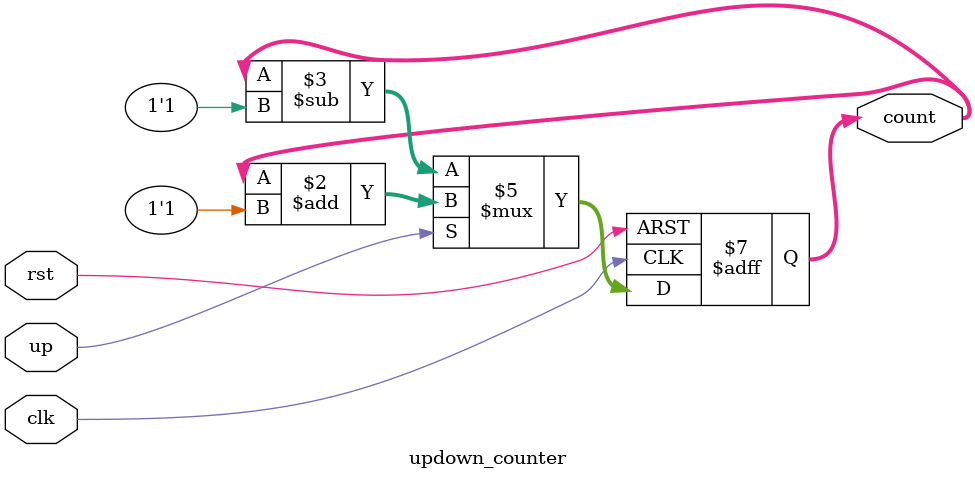
<source format=v>
module updown_counter(
 input clk,
 input rst,
 input up,
 output reg [3:0]count);
always @(posedge clk or posedge rst)begin
if(rst)
     count<=4'b0000;
else if (up)
      count<=count+1'b1;
else
      count<=count-1'b1;
end
endmodule

</source>
